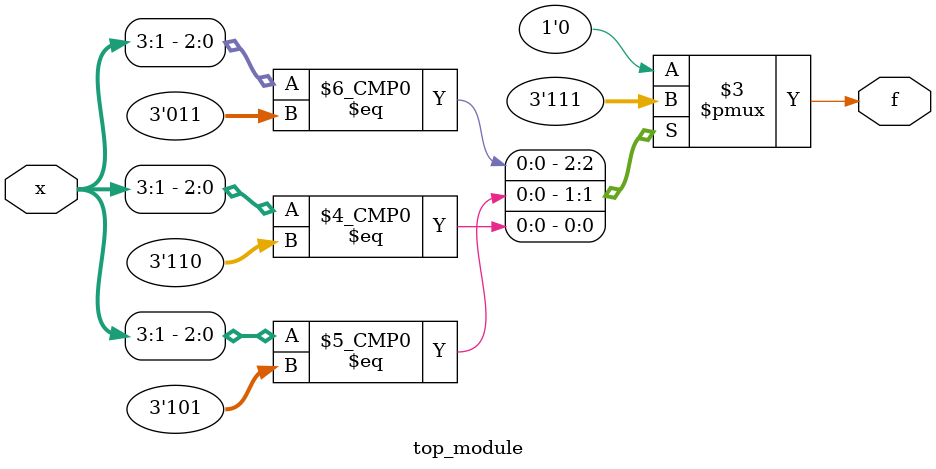
<source format=sv>
module top_module (
    input [4:1] x,
    output logic f
);

// Implement the function f based on the Karnaugh map
// x[3:1] represent the inputs x[3], x[2], x[1], and x[4] represents the fourth input

always_comb begin
    case ({x[3], x[2], x[1]})
        3'b001: f = 1'b0;
        3'b011: f = 1'b1;
        3'b101: f = 1'b1;
        3'b110: f = 1'b1;
        default: f = 1'b0; // Output 0 for don't-care conditions
    endcase
end

endmodule

</source>
